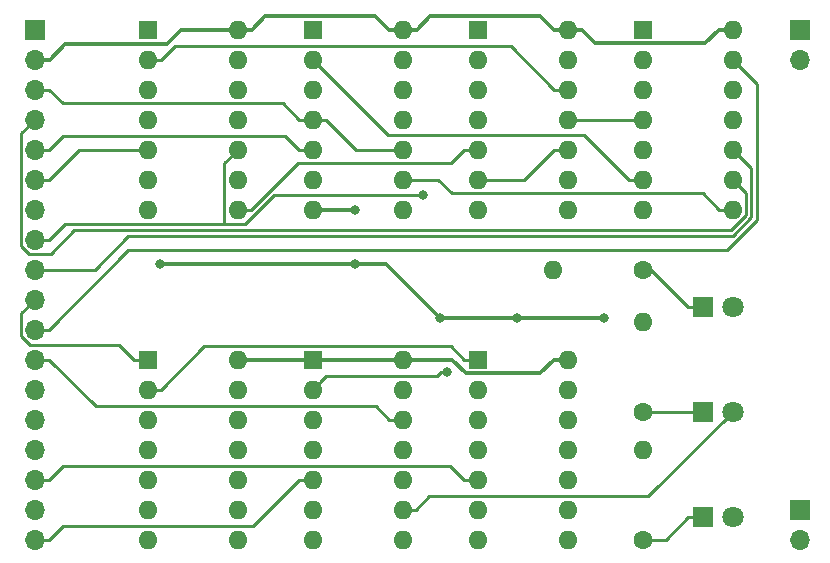
<source format=gtl>
G04 #@! TF.GenerationSoftware,KiCad,Pcbnew,5.0.2+dfsg1-1*
G04 #@! TF.CreationDate,2019-07-27T20:03:22+02:00*
G04 #@! TF.ProjectId,Flags-Register,466c6167-732d-4526-9567-69737465722e,rev?*
G04 #@! TF.SameCoordinates,Original*
G04 #@! TF.FileFunction,Copper,L1,Top*
G04 #@! TF.FilePolarity,Positive*
%FSLAX46Y46*%
G04 Gerber Fmt 4.6, Leading zero omitted, Abs format (unit mm)*
G04 Created by KiCad (PCBNEW 5.0.2+dfsg1-1) date za 27 jul 2019 20:03:22 CEST*
%MOMM*%
%LPD*%
G01*
G04 APERTURE LIST*
G04 #@! TA.AperFunction,ComponentPad*
%ADD10O,1.700000X1.700000*%
G04 #@! TD*
G04 #@! TA.AperFunction,ComponentPad*
%ADD11R,1.700000X1.700000*%
G04 #@! TD*
G04 #@! TA.AperFunction,ComponentPad*
%ADD12R,1.800000X1.800000*%
G04 #@! TD*
G04 #@! TA.AperFunction,ComponentPad*
%ADD13C,1.800000*%
G04 #@! TD*
G04 #@! TA.AperFunction,ComponentPad*
%ADD14O,1.600000X1.600000*%
G04 #@! TD*
G04 #@! TA.AperFunction,ComponentPad*
%ADD15R,1.600000X1.600000*%
G04 #@! TD*
G04 #@! TA.AperFunction,ComponentPad*
%ADD16C,1.600000*%
G04 #@! TD*
G04 #@! TA.AperFunction,ViaPad*
%ADD17C,0.800000*%
G04 #@! TD*
G04 #@! TA.AperFunction,Conductor*
%ADD18C,0.250000*%
G04 #@! TD*
G04 #@! TA.AperFunction,Conductor*
%ADD19C,0.350000*%
G04 #@! TD*
G04 APERTURE END LIST*
D10*
G04 #@! TO.P,J2,2*
G04 #@! TO.N,Net-(J2-Pad2)*
X110490000Y-48260000D03*
D11*
G04 #@! TO.P,J2,1*
G04 #@! TO.N,Net-(J2-Pad1)*
X110490000Y-45720000D03*
G04 #@! TD*
G04 #@! TO.P,J3,1*
G04 #@! TO.N,Net-(J3-Pad1)*
X110490000Y-86360000D03*
D10*
G04 #@! TO.P,J3,2*
G04 #@! TO.N,Net-(J3-Pad2)*
X110490000Y-88900000D03*
G04 #@! TD*
D11*
G04 #@! TO.P,J1,1*
G04 #@! TO.N,GND*
X45720000Y-45720000D03*
D10*
G04 #@! TO.P,J1,2*
G04 #@! TO.N,+5V*
X45720000Y-48260000D03*
G04 #@! TO.P,J1,3*
G04 #@! TO.N,CLOCK*
X45720000Y-50800000D03*
G04 #@! TO.P,J1,4*
G04 #@! TO.N,Fc_LOAD*
X45720000Y-53340000D03*
G04 #@! TO.P,J1,5*
G04 #@! TO.N,Fz_LOAD*
X45720000Y-55880000D03*
G04 #@! TO.P,J1,6*
G04 #@! TO.N,Flt_LOAD*
X45720000Y-58420000D03*
G04 #@! TO.P,J1,7*
G04 #@! TO.N,Fgt_LOAD*
X45720000Y-60960000D03*
G04 #@! TO.P,J1,8*
G04 #@! TO.N,Feq_LOAD*
X45720000Y-63500000D03*
G04 #@! TO.P,J1,9*
G04 #@! TO.N,Fc_SET*
X45720000Y-66040000D03*
G04 #@! TO.P,J1,10*
G04 #@! TO.N,Fc_CLEAR*
X45720000Y-68580000D03*
G04 #@! TO.P,J1,11*
G04 #@! TO.N,Fc_IN*
X45720000Y-71120000D03*
G04 #@! TO.P,J1,12*
G04 #@! TO.N,Fz_IN*
X45720000Y-73660000D03*
G04 #@! TO.P,J1,13*
G04 #@! TO.N,Flt_IN*
X45720000Y-76200000D03*
G04 #@! TO.P,J1,14*
G04 #@! TO.N,Fgt_IN*
X45720000Y-78740000D03*
G04 #@! TO.P,J1,15*
G04 #@! TO.N,Feq_IN*
X45720000Y-81280000D03*
G04 #@! TO.P,J1,16*
G04 #@! TO.N,Fc_OUT*
X45720000Y-83820000D03*
G04 #@! TO.P,J1,17*
G04 #@! TO.N,Fz_OUT*
X45720000Y-86360000D03*
G04 #@! TO.P,J1,18*
G04 #@! TO.N,Fcmp_OUT*
X45720000Y-88900000D03*
G04 #@! TD*
D12*
G04 #@! TO.P,D3,1*
G04 #@! TO.N,Net-(D3-Pad1)*
X102235000Y-86995000D03*
D13*
G04 #@! TO.P,D3,2*
G04 #@! TO.N,Fcmp_OUT*
X104775000Y-86995000D03*
G04 #@! TD*
G04 #@! TO.P,D2,2*
G04 #@! TO.N,Fc_OUT*
X104775000Y-69215000D03*
D12*
G04 #@! TO.P,D2,1*
G04 #@! TO.N,Net-(D2-Pad1)*
X102235000Y-69215000D03*
G04 #@! TD*
G04 #@! TO.P,D1,1*
G04 #@! TO.N,Net-(D1-Pad1)*
X102235000Y-78105000D03*
D13*
G04 #@! TO.P,D1,2*
G04 #@! TO.N,Fz_OUT*
X104775000Y-78105000D03*
G04 #@! TD*
D14*
G04 #@! TO.P,U7,14*
G04 #@! TO.N,+5V*
X90805000Y-73660000D03*
G04 #@! TO.P,U7,7*
G04 #@! TO.N,GND*
X83185000Y-88900000D03*
G04 #@! TO.P,U7,13*
G04 #@! TO.N,N/C*
X90805000Y-76200000D03*
G04 #@! TO.P,U7,6*
G04 #@! TO.N,Net-(U7-Pad6)*
X83185000Y-86360000D03*
G04 #@! TO.P,U7,12*
G04 #@! TO.N,N/C*
X90805000Y-78740000D03*
G04 #@! TO.P,U7,5*
G04 #@! TO.N,Fc_OUT*
X83185000Y-83820000D03*
G04 #@! TO.P,U7,11*
G04 #@! TO.N,N/C*
X90805000Y-81280000D03*
G04 #@! TO.P,U7,4*
G04 #@! TO.N,Net-(U7-Pad4)*
X83185000Y-81280000D03*
G04 #@! TO.P,U7,10*
G04 #@! TO.N,N/C*
X90805000Y-83820000D03*
G04 #@! TO.P,U7,3*
G04 #@! TO.N,Net-(U2-Pad8)*
X83185000Y-78740000D03*
G04 #@! TO.P,U7,9*
G04 #@! TO.N,N/C*
X90805000Y-86360000D03*
G04 #@! TO.P,U7,2*
G04 #@! TO.N,Net-(U4-Pad11)*
X83185000Y-76200000D03*
G04 #@! TO.P,U7,8*
G04 #@! TO.N,N/C*
X90805000Y-88900000D03*
D15*
G04 #@! TO.P,U7,1*
G04 #@! TO.N,Net-(U5-Pad2)*
X83185000Y-73660000D03*
G04 #@! TD*
G04 #@! TO.P,U6,1*
G04 #@! TO.N,+5V*
X69215000Y-73660000D03*
D14*
G04 #@! TO.P,U6,8*
G04 #@! TO.N,Net-(U6-Pad8)*
X76835000Y-88900000D03*
G04 #@! TO.P,U6,2*
G04 #@! TO.N,Net-(U3-Pad8)*
X69215000Y-76200000D03*
G04 #@! TO.P,U6,9*
G04 #@! TO.N,Fz_OUT*
X76835000Y-86360000D03*
G04 #@! TO.P,U6,3*
G04 #@! TO.N,Net-(U2-Pad3)*
X69215000Y-78740000D03*
G04 #@! TO.P,U6,10*
G04 #@! TO.N,Net-(U6-Pad10)*
X76835000Y-83820000D03*
G04 #@! TO.P,U6,4*
G04 #@! TO.N,Net-(U6-Pad4)*
X69215000Y-81280000D03*
G04 #@! TO.P,U6,11*
G04 #@! TO.N,Net-(U2-Pad6)*
X76835000Y-81280000D03*
G04 #@! TO.P,U6,5*
G04 #@! TO.N,Fcmp_OUT*
X69215000Y-83820000D03*
G04 #@! TO.P,U6,12*
G04 #@! TO.N,Fz_IN*
X76835000Y-78740000D03*
G04 #@! TO.P,U6,6*
G04 #@! TO.N,Net-(U6-Pad6)*
X69215000Y-86360000D03*
G04 #@! TO.P,U6,13*
G04 #@! TO.N,+5V*
X76835000Y-76200000D03*
G04 #@! TO.P,U6,7*
G04 #@! TO.N,GND*
X69215000Y-88900000D03*
G04 #@! TO.P,U6,14*
G04 #@! TO.N,+5V*
X76835000Y-73660000D03*
G04 #@! TD*
G04 #@! TO.P,U5,14*
G04 #@! TO.N,+5V*
X62865000Y-73660000D03*
G04 #@! TO.P,U5,7*
G04 #@! TO.N,GND*
X55245000Y-88900000D03*
G04 #@! TO.P,U5,13*
G04 #@! TO.N,N/C*
X62865000Y-76200000D03*
G04 #@! TO.P,U5,6*
X55245000Y-86360000D03*
G04 #@! TO.P,U5,12*
X62865000Y-78740000D03*
G04 #@! TO.P,U5,5*
X55245000Y-83820000D03*
G04 #@! TO.P,U5,11*
X62865000Y-81280000D03*
G04 #@! TO.P,U5,4*
X55245000Y-81280000D03*
G04 #@! TO.P,U5,10*
X62865000Y-83820000D03*
G04 #@! TO.P,U5,3*
X55245000Y-78740000D03*
G04 #@! TO.P,U5,9*
X62865000Y-86360000D03*
G04 #@! TO.P,U5,2*
G04 #@! TO.N,Net-(U5-Pad2)*
X55245000Y-76200000D03*
G04 #@! TO.P,U5,8*
G04 #@! TO.N,N/C*
X62865000Y-88900000D03*
D15*
G04 #@! TO.P,U5,1*
G04 #@! TO.N,Fc_CLEAR*
X55245000Y-73660000D03*
G04 #@! TD*
G04 #@! TO.P,U4,1*
G04 #@! TO.N,Feq_LOAD*
X97155000Y-45720000D03*
D14*
G04 #@! TO.P,U4,8*
G04 #@! TO.N,Net-(U2-Pad9)*
X104775000Y-60960000D03*
G04 #@! TO.P,U4,2*
G04 #@! TO.N,Feq_LOAD*
X97155000Y-48260000D03*
G04 #@! TO.P,U4,9*
G04 #@! TO.N,Fc_LOAD*
X104775000Y-58420000D03*
G04 #@! TO.P,U4,3*
G04 #@! TO.N,Net-(U4-Pad3)*
X97155000Y-50800000D03*
G04 #@! TO.P,U4,10*
G04 #@! TO.N,Fc_SET*
X104775000Y-55880000D03*
G04 #@! TO.P,U4,4*
G04 #@! TO.N,Net-(U3-Pad11)*
X97155000Y-53340000D03*
G04 #@! TO.P,U4,11*
G04 #@! TO.N,Net-(U4-Pad11)*
X104775000Y-53340000D03*
G04 #@! TO.P,U4,5*
G04 #@! TO.N,Net-(U4-Pad3)*
X97155000Y-55880000D03*
G04 #@! TO.P,U4,12*
G04 #@! TO.N,Fc_SET*
X104775000Y-50800000D03*
G04 #@! TO.P,U4,6*
G04 #@! TO.N,Net-(U2-Pad2)*
X97155000Y-58420000D03*
G04 #@! TO.P,U4,13*
G04 #@! TO.N,Fc_IN*
X104775000Y-48260000D03*
G04 #@! TO.P,U4,7*
G04 #@! TO.N,GND*
X97155000Y-60960000D03*
G04 #@! TO.P,U4,14*
G04 #@! TO.N,+5V*
X104775000Y-45720000D03*
G04 #@! TD*
G04 #@! TO.P,U3,14*
G04 #@! TO.N,+5V*
X90805000Y-45720000D03*
G04 #@! TO.P,U3,7*
G04 #@! TO.N,GND*
X83185000Y-60960000D03*
G04 #@! TO.P,U3,13*
G04 #@! TO.N,Flt_LOAD*
X90805000Y-48260000D03*
G04 #@! TO.P,U3,6*
G04 #@! TO.N,Net-(U3-Pad10)*
X83185000Y-58420000D03*
G04 #@! TO.P,U3,12*
G04 #@! TO.N,Fgt_LOAD*
X90805000Y-50800000D03*
G04 #@! TO.P,U3,5*
G04 #@! TO.N,Net-(U1-Pad8)*
X83185000Y-55880000D03*
G04 #@! TO.P,U3,11*
G04 #@! TO.N,Net-(U3-Pad11)*
X90805000Y-53340000D03*
G04 #@! TO.P,U3,4*
G04 #@! TO.N,Net-(U1-Pad8)*
X83185000Y-53340000D03*
G04 #@! TO.P,U3,10*
G04 #@! TO.N,Net-(U3-Pad10)*
X90805000Y-55880000D03*
G04 #@! TO.P,U3,3*
G04 #@! TO.N,Net-(U3-Pad3)*
X83185000Y-50800000D03*
G04 #@! TO.P,U3,9*
X90805000Y-58420000D03*
G04 #@! TO.P,U3,2*
G04 #@! TO.N,Net-(U1-Pad6)*
X83185000Y-48260000D03*
G04 #@! TO.P,U3,8*
G04 #@! TO.N,Net-(U3-Pad8)*
X90805000Y-60960000D03*
D15*
G04 #@! TO.P,U3,1*
G04 #@! TO.N,Net-(U1-Pad3)*
X83185000Y-45720000D03*
G04 #@! TD*
G04 #@! TO.P,U2,1*
G04 #@! TO.N,CLOCK*
X69215000Y-45720000D03*
D14*
G04 #@! TO.P,U2,8*
G04 #@! TO.N,Net-(U2-Pad8)*
X76835000Y-60960000D03*
G04 #@! TO.P,U2,2*
G04 #@! TO.N,Net-(U2-Pad2)*
X69215000Y-48260000D03*
G04 #@! TO.P,U2,9*
G04 #@! TO.N,Net-(U2-Pad9)*
X76835000Y-58420000D03*
G04 #@! TO.P,U2,3*
G04 #@! TO.N,Net-(U2-Pad3)*
X69215000Y-50800000D03*
G04 #@! TO.P,U2,10*
G04 #@! TO.N,CLOCK*
X76835000Y-55880000D03*
G04 #@! TO.P,U2,4*
X69215000Y-53340000D03*
G04 #@! TO.P,U2,11*
G04 #@! TO.N,N/C*
X76835000Y-53340000D03*
G04 #@! TO.P,U2,5*
G04 #@! TO.N,Fz_LOAD*
X69215000Y-55880000D03*
G04 #@! TO.P,U2,12*
G04 #@! TO.N,N/C*
X76835000Y-50800000D03*
G04 #@! TO.P,U2,6*
G04 #@! TO.N,Net-(U2-Pad6)*
X69215000Y-58420000D03*
G04 #@! TO.P,U2,13*
G04 #@! TO.N,N/C*
X76835000Y-48260000D03*
G04 #@! TO.P,U2,7*
G04 #@! TO.N,GND*
X69215000Y-60960000D03*
G04 #@! TO.P,U2,14*
G04 #@! TO.N,+5V*
X76835000Y-45720000D03*
G04 #@! TD*
G04 #@! TO.P,U1,14*
G04 #@! TO.N,+5V*
X62865000Y-45720000D03*
G04 #@! TO.P,U1,7*
G04 #@! TO.N,GND*
X55245000Y-60960000D03*
G04 #@! TO.P,U1,13*
G04 #@! TO.N,N/C*
X62865000Y-48260000D03*
G04 #@! TO.P,U1,6*
G04 #@! TO.N,Net-(U1-Pad6)*
X55245000Y-58420000D03*
G04 #@! TO.P,U1,12*
G04 #@! TO.N,N/C*
X62865000Y-50800000D03*
G04 #@! TO.P,U1,5*
G04 #@! TO.N,Flt_LOAD*
X55245000Y-55880000D03*
G04 #@! TO.P,U1,11*
G04 #@! TO.N,N/C*
X62865000Y-53340000D03*
G04 #@! TO.P,U1,4*
G04 #@! TO.N,Flt_IN*
X55245000Y-53340000D03*
G04 #@! TO.P,U1,10*
G04 #@! TO.N,Feq_LOAD*
X62865000Y-55880000D03*
G04 #@! TO.P,U1,3*
G04 #@! TO.N,Net-(U1-Pad3)*
X55245000Y-50800000D03*
G04 #@! TO.P,U1,9*
G04 #@! TO.N,Feq_IN*
X62865000Y-58420000D03*
G04 #@! TO.P,U1,2*
G04 #@! TO.N,Fgt_LOAD*
X55245000Y-48260000D03*
G04 #@! TO.P,U1,8*
G04 #@! TO.N,Net-(U1-Pad8)*
X62865000Y-60960000D03*
D15*
G04 #@! TO.P,U1,1*
G04 #@! TO.N,Fgt_IN*
X55245000Y-45720000D03*
G04 #@! TD*
D16*
G04 #@! TO.P,R3,1*
G04 #@! TO.N,Net-(D3-Pad1)*
X97155000Y-88900000D03*
D14*
G04 #@! TO.P,R3,2*
G04 #@! TO.N,GND*
X97155000Y-81280000D03*
G04 #@! TD*
G04 #@! TO.P,R2,2*
G04 #@! TO.N,GND*
X89535000Y-66040000D03*
D16*
G04 #@! TO.P,R2,1*
G04 #@! TO.N,Net-(D2-Pad1)*
X97155000Y-66040000D03*
G04 #@! TD*
G04 #@! TO.P,R1,1*
G04 #@! TO.N,Net-(D1-Pad1)*
X97155000Y-78105000D03*
D14*
G04 #@! TO.P,R1,2*
G04 #@! TO.N,GND*
X97155000Y-70485000D03*
G04 #@! TD*
D17*
G04 #@! TO.N,GND*
X86487000Y-70104000D03*
X80010000Y-70104000D03*
X93853000Y-70104000D03*
X56261000Y-65532000D03*
X72771000Y-60960000D03*
X72771000Y-65532000D03*
G04 #@! TO.N,Feq_LOAD*
X78587600Y-59690000D03*
G04 #@! TO.N,Net-(U3-Pad8)*
X80615600Y-74733300D03*
G04 #@! TD*
D18*
G04 #@! TO.N,Net-(D1-Pad1)*
X97155000Y-78105000D02*
X102235000Y-78105000D01*
D19*
G04 #@! TO.N,GND*
X93853000Y-70104000D02*
X86487000Y-70104000D01*
X85921315Y-70104000D02*
X80010000Y-70104000D01*
X86487000Y-70104000D02*
X85921315Y-70104000D01*
X75438000Y-65532000D02*
X80010000Y-70104000D01*
X56261000Y-65532000D02*
X72644000Y-65532000D01*
X69215000Y-60960000D02*
X70346370Y-60960000D01*
X70346370Y-60960000D02*
X72771000Y-60960000D01*
X72771000Y-60960000D02*
X72771000Y-60960000D01*
X72644000Y-65532000D02*
X75438000Y-65532000D01*
D18*
G04 #@! TO.N,Net-(D2-Pad1)*
X102235000Y-69215000D02*
X101009700Y-69215000D01*
X97155000Y-66040000D02*
X97834700Y-66040000D01*
X97834700Y-66040000D02*
X101009700Y-69215000D01*
G04 #@! TO.N,Net-(D3-Pad1)*
X102235000Y-86995000D02*
X101009700Y-86995000D01*
X97155000Y-88900000D02*
X99104700Y-88900000D01*
X99104700Y-88900000D02*
X101009700Y-86995000D01*
G04 #@! TO.N,Net-(U1-Pad8)*
X83185000Y-55880000D02*
X82059700Y-55880000D01*
X62865000Y-60960000D02*
X63990300Y-60960000D01*
X63990300Y-60960000D02*
X67945000Y-57005300D01*
X67945000Y-57005300D02*
X80934400Y-57005300D01*
X80934400Y-57005300D02*
X82059700Y-55880000D01*
G04 #@! TO.N,Fgt_LOAD*
X90805000Y-50800000D02*
X89679700Y-50800000D01*
X55245000Y-48260000D02*
X56370300Y-48260000D01*
X56370300Y-48260000D02*
X57531000Y-47099300D01*
X57531000Y-47099300D02*
X85979000Y-47099300D01*
X85979000Y-47099300D02*
X89679700Y-50800000D01*
G04 #@! TO.N,Feq_LOAD*
X61726200Y-62151000D02*
X48244300Y-62151000D01*
X48244300Y-62151000D02*
X46895300Y-63500000D01*
X45720000Y-63500000D02*
X46895300Y-63500000D01*
X61726200Y-57018800D02*
X61726200Y-58420000D01*
X62865000Y-55880000D02*
X61726200Y-57018800D01*
X61726200Y-58420000D02*
X61726200Y-62151000D01*
X78587600Y-59690000D02*
X65935200Y-59690000D01*
X65935200Y-59690000D02*
X63474200Y-62151000D01*
X63474200Y-62151000D02*
X61726200Y-62151000D01*
G04 #@! TO.N,Flt_LOAD*
X45720000Y-58420000D02*
X46895300Y-58420000D01*
X55245000Y-55880000D02*
X49435300Y-55880000D01*
X49435300Y-55880000D02*
X46895300Y-58420000D01*
G04 #@! TO.N,Fc_IN*
X46895300Y-71120000D02*
X45720000Y-71120000D01*
X104775000Y-48260000D02*
X106817000Y-50302000D01*
X53614600Y-64400700D02*
X46895300Y-71120000D01*
X106817000Y-50302000D02*
X106817000Y-61850600D01*
X106817000Y-61850600D02*
X104266900Y-64400700D01*
X104266900Y-64400700D02*
X53614600Y-64400700D01*
G04 #@! TO.N,Fc_SET*
X50795100Y-66040000D02*
X45720000Y-66040000D01*
X104775000Y-55880000D02*
X106366600Y-57471600D01*
X106366600Y-61632700D02*
X104767300Y-63232000D01*
X106366600Y-57471600D02*
X106366600Y-61632700D01*
X104767300Y-63232000D02*
X53603100Y-63232000D01*
X53603100Y-63232000D02*
X50795100Y-66040000D01*
G04 #@! TO.N,Fc_LOAD*
X44544700Y-54515300D02*
X45720000Y-53340000D01*
X44544700Y-64012000D02*
X44544700Y-54515300D01*
X45218100Y-64685400D02*
X44544700Y-64012000D01*
X104775000Y-58420000D02*
X105911000Y-59556000D01*
X105911000Y-59556000D02*
X105911000Y-61451400D01*
X105911000Y-61451400D02*
X104635300Y-62727100D01*
X104635300Y-62727100D02*
X49029700Y-62727100D01*
X47071400Y-64685400D02*
X45218100Y-64685400D01*
X49029700Y-62727100D02*
X47071400Y-64685400D01*
G04 #@! TO.N,CLOCK*
X69215000Y-53340000D02*
X70340300Y-53340000D01*
X70340300Y-53340000D02*
X72880300Y-55880000D01*
X72880300Y-55880000D02*
X76835000Y-55880000D01*
X68652400Y-53340000D02*
X69215000Y-53340000D01*
X68652400Y-53340000D02*
X68089700Y-53340000D01*
X45720000Y-50800000D02*
X46895300Y-50800000D01*
X68089700Y-53340000D02*
X66725000Y-51975300D01*
X66725000Y-51975300D02*
X48070600Y-51975300D01*
X48070600Y-51975300D02*
X46895300Y-50800000D01*
G04 #@! TO.N,Fz_LOAD*
X45720000Y-55880000D02*
X46895300Y-55880000D01*
X69215000Y-55880000D02*
X68089700Y-55880000D01*
X68089700Y-55880000D02*
X66914400Y-54704700D01*
X66914400Y-54704700D02*
X48070600Y-54704700D01*
X48070600Y-54704700D02*
X46895300Y-55880000D01*
D19*
G04 #@! TO.N,+5V*
X62865000Y-45720000D02*
X64040300Y-45720000D01*
X76835000Y-45720000D02*
X75659700Y-45720000D01*
X75659700Y-45720000D02*
X74484300Y-44544600D01*
X74484300Y-44544600D02*
X65215700Y-44544600D01*
X65215700Y-44544600D02*
X64040300Y-45720000D01*
X77422700Y-45720000D02*
X76835000Y-45720000D01*
X45720000Y-48260000D02*
X46945300Y-48260000D01*
X62865000Y-45720000D02*
X58093900Y-45720000D01*
X58093900Y-45720000D02*
X56868500Y-46945400D01*
X56868500Y-46945400D02*
X48259900Y-46945400D01*
X48259900Y-46945400D02*
X46945300Y-48260000D01*
X77422700Y-45720000D02*
X78010300Y-45720000D01*
X90805000Y-45720000D02*
X89629700Y-45720000D01*
X78010300Y-45720000D02*
X79185700Y-44544600D01*
X79185700Y-44544600D02*
X88454300Y-44544600D01*
X88454300Y-44544600D02*
X89629700Y-45720000D01*
X76835000Y-73660000D02*
X78010300Y-73660000D01*
X78010300Y-73660000D02*
X81039400Y-73660000D01*
X81039400Y-73660000D02*
X82214800Y-74835400D01*
X82214800Y-74835400D02*
X88454300Y-74835400D01*
X88454300Y-74835400D02*
X89629700Y-73660000D01*
X76835000Y-73660000D02*
X69215000Y-73660000D01*
X90805000Y-73660000D02*
X89629700Y-73660000D01*
X69215000Y-73660000D02*
X68039700Y-73660000D01*
X62865000Y-73660000D02*
X64040300Y-73660000D01*
X64040300Y-73660000D02*
X68039700Y-73660000D01*
X90805000Y-45720000D02*
X91980300Y-45720000D01*
X104775000Y-45720000D02*
X103599700Y-45720000D01*
X103599700Y-45720000D02*
X102424300Y-46895400D01*
X102424300Y-46895400D02*
X93155700Y-46895400D01*
X93155700Y-46895400D02*
X91980300Y-45720000D01*
D18*
G04 #@! TO.N,Fz_IN*
X45720000Y-73660000D02*
X46895300Y-73660000D01*
X76835000Y-78740000D02*
X75709700Y-78740000D01*
X75709700Y-78740000D02*
X74584400Y-77614700D01*
X74584400Y-77614700D02*
X50850000Y-77614700D01*
X50850000Y-77614700D02*
X46895300Y-73660000D01*
G04 #@! TO.N,Fcmp_OUT*
X45720000Y-88900000D02*
X46895300Y-88900000D01*
X69215000Y-83820000D02*
X68089700Y-83820000D01*
X68089700Y-83820000D02*
X64185000Y-87724700D01*
X64185000Y-87724700D02*
X48070600Y-87724700D01*
X48070600Y-87724700D02*
X46895300Y-88900000D01*
G04 #@! TO.N,Fz_OUT*
X76835000Y-86360000D02*
X77960300Y-86360000D01*
X77960300Y-86360000D02*
X79085600Y-85234700D01*
X79085600Y-85234700D02*
X97645300Y-85234700D01*
X97645300Y-85234700D02*
X104775000Y-78105000D01*
G04 #@! TO.N,Fc_OUT*
X45720000Y-83820000D02*
X46895300Y-83820000D01*
X83185000Y-83820000D02*
X82059700Y-83820000D01*
X82059700Y-83820000D02*
X80884400Y-82644700D01*
X80884400Y-82644700D02*
X48070600Y-82644700D01*
X48070600Y-82644700D02*
X46895300Y-83820000D01*
G04 #@! TO.N,Fc_CLEAR*
X54119700Y-73660000D02*
X55245000Y-73660000D01*
X45720000Y-68580000D02*
X44544700Y-69755300D01*
X44544700Y-71635300D02*
X45299400Y-72390000D01*
X44544700Y-69755300D02*
X44544700Y-71635300D01*
X45299400Y-72390000D02*
X52849700Y-72390000D01*
X52849700Y-72390000D02*
X54119700Y-73660000D01*
G04 #@! TO.N,Net-(U3-Pad8)*
X70014999Y-75400001D02*
X69215000Y-76200000D01*
X79708216Y-75074999D02*
X70340001Y-75074999D01*
X70340001Y-75074999D02*
X70014999Y-75400001D01*
X80049915Y-74733300D02*
X79708216Y-75074999D01*
X80615600Y-74733300D02*
X80049915Y-74733300D01*
G04 #@! TO.N,Net-(U3-Pad11)*
X97155000Y-53340000D02*
X90805000Y-53340000D01*
G04 #@! TO.N,Net-(U2-Pad9)*
X103649700Y-60960000D02*
X102282000Y-59592300D01*
X104775000Y-60960000D02*
X103649700Y-60960000D01*
X76835000Y-58420000D02*
X77960300Y-58420000D01*
X81026000Y-59592300D02*
X79853700Y-58420000D01*
X79853700Y-58420000D02*
X76835000Y-58420000D01*
X102282000Y-59592300D02*
X81026000Y-59592300D01*
G04 #@! TO.N,Net-(U2-Pad2)*
X96029700Y-58420000D02*
X97155000Y-58420000D01*
X92219700Y-54610000D02*
X96029700Y-58420000D01*
X75565000Y-54610000D02*
X92219700Y-54610000D01*
X69215000Y-48260000D02*
X75565000Y-54610000D01*
G04 #@! TO.N,Net-(U3-Pad10)*
X90805000Y-55880000D02*
X89679700Y-55880000D01*
X89679700Y-55880000D02*
X87139700Y-58420000D01*
X87139700Y-58420000D02*
X83185000Y-58420000D01*
G04 #@! TO.N,Net-(U5-Pad2)*
X83185000Y-73660000D02*
X82059700Y-73660000D01*
X55245000Y-76200000D02*
X56370300Y-76200000D01*
X56370300Y-76200000D02*
X60035600Y-72534700D01*
X60035600Y-72534700D02*
X80934400Y-72534700D01*
X80934400Y-72534700D02*
X82059700Y-73660000D01*
G04 #@! TD*
M02*

</source>
